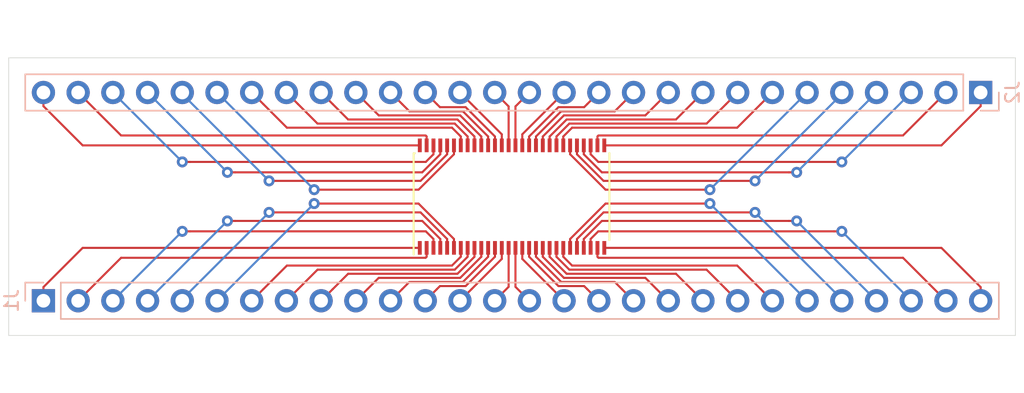
<source format=kicad_pcb>
(kicad_pcb (version 20171130) (host pcbnew "(5.1.4)-1")

  (general
    (thickness 1.6)
    (drawings 4)
    (tracks 268)
    (zones 0)
    (modules 3)
    (nets 57)
  )

  (page A4)
  (layers
    (0 F.Cu signal)
    (31 B.Cu signal)
    (32 B.Adhes user)
    (33 F.Adhes user)
    (34 B.Paste user)
    (35 F.Paste user)
    (36 B.SilkS user)
    (37 F.SilkS user)
    (38 B.Mask user)
    (39 F.Mask user)
    (40 Dwgs.User user)
    (41 Cmts.User user)
    (42 Eco1.User user)
    (43 Eco2.User user)
    (44 Edge.Cuts user)
    (45 Margin user)
    (46 B.CrtYd user)
    (47 F.CrtYd user)
    (48 B.Fab user)
    (49 F.Fab user)
  )

  (setup
    (last_trace_width 0.15)
    (trace_clearance 0.15)
    (zone_clearance 0.508)
    (zone_45_only no)
    (trace_min 0.15)
    (via_size 0.8)
    (via_drill 0.4)
    (via_min_size 0.4)
    (via_min_drill 0.3)
    (uvia_size 0.3)
    (uvia_drill 0.1)
    (uvias_allowed no)
    (uvia_min_size 0.2)
    (uvia_min_drill 0.1)
    (edge_width 0.05)
    (segment_width 0.2)
    (pcb_text_width 0.3)
    (pcb_text_size 1.5 1.5)
    (mod_edge_width 0.12)
    (mod_text_size 1 1)
    (mod_text_width 0.15)
    (pad_size 1.524 1.524)
    (pad_drill 0.762)
    (pad_to_mask_clearance 0.051)
    (solder_mask_min_width 0.25)
    (aux_axis_origin 0 0)
    (visible_elements 7FFFFFFF)
    (pcbplotparams
      (layerselection 0x010fc_ffffffff)
      (usegerberextensions false)
      (usegerberattributes false)
      (usegerberadvancedattributes false)
      (creategerberjobfile false)
      (excludeedgelayer true)
      (linewidth 0.100000)
      (plotframeref false)
      (viasonmask false)
      (mode 1)
      (useauxorigin false)
      (hpglpennumber 1)
      (hpglpenspeed 20)
      (hpglpendiameter 15.000000)
      (psnegative false)
      (psa4output false)
      (plotreference true)
      (plotvalue true)
      (plotinvisibletext false)
      (padsonsilk false)
      (subtractmaskfromsilk false)
      (outputformat 1)
      (mirror false)
      (drillshape 1)
      (scaleselection 1)
      (outputdirectory ""))
  )

  (net 0 "")
  (net 1 "Net-(J1-Pad28)")
  (net 2 "Net-(J1-Pad27)")
  (net 3 "Net-(J1-Pad26)")
  (net 4 "Net-(J1-Pad25)")
  (net 5 "Net-(J1-Pad24)")
  (net 6 "Net-(J1-Pad23)")
  (net 7 "Net-(J1-Pad22)")
  (net 8 "Net-(J1-Pad21)")
  (net 9 "Net-(J1-Pad20)")
  (net 10 "Net-(J1-Pad19)")
  (net 11 "Net-(J1-Pad18)")
  (net 12 "Net-(J1-Pad17)")
  (net 13 "Net-(J1-Pad16)")
  (net 14 "Net-(J1-Pad15)")
  (net 15 "Net-(J1-Pad14)")
  (net 16 "Net-(J1-Pad13)")
  (net 17 "Net-(J1-Pad12)")
  (net 18 "Net-(J1-Pad11)")
  (net 19 "Net-(J1-Pad10)")
  (net 20 "Net-(J1-Pad9)")
  (net 21 "Net-(J1-Pad8)")
  (net 22 "Net-(J1-Pad7)")
  (net 23 "Net-(J1-Pad6)")
  (net 24 "Net-(J1-Pad5)")
  (net 25 "Net-(J1-Pad4)")
  (net 26 "Net-(J1-Pad3)")
  (net 27 "Net-(J1-Pad2)")
  (net 28 "Net-(J1-Pad1)")
  (net 29 "Net-(J2-Pad28)")
  (net 30 "Net-(J2-Pad27)")
  (net 31 "Net-(J2-Pad26)")
  (net 32 "Net-(J2-Pad25)")
  (net 33 "Net-(J2-Pad24)")
  (net 34 "Net-(J2-Pad23)")
  (net 35 "Net-(J2-Pad22)")
  (net 36 "Net-(J2-Pad21)")
  (net 37 "Net-(J2-Pad20)")
  (net 38 "Net-(J2-Pad19)")
  (net 39 "Net-(J2-Pad18)")
  (net 40 "Net-(J2-Pad17)")
  (net 41 "Net-(J2-Pad16)")
  (net 42 "Net-(J2-Pad15)")
  (net 43 "Net-(J2-Pad14)")
  (net 44 "Net-(J2-Pad13)")
  (net 45 "Net-(J2-Pad12)")
  (net 46 "Net-(J2-Pad11)")
  (net 47 "Net-(J2-Pad10)")
  (net 48 "Net-(J2-Pad9)")
  (net 49 "Net-(J2-Pad8)")
  (net 50 "Net-(J2-Pad7)")
  (net 51 "Net-(J2-Pad6)")
  (net 52 "Net-(J2-Pad5)")
  (net 53 "Net-(J2-Pad4)")
  (net 54 "Net-(J2-Pad3)")
  (net 55 "Net-(J2-Pad2)")
  (net 56 "Net-(J2-Pad1)")

  (net_class Default "This is the default net class."
    (clearance 0.15)
    (trace_width 0.15)
    (via_dia 0.8)
    (via_drill 0.4)
    (uvia_dia 0.3)
    (uvia_drill 0.1)
    (add_net "Net-(J1-Pad1)")
    (add_net "Net-(J1-Pad10)")
    (add_net "Net-(J1-Pad11)")
    (add_net "Net-(J1-Pad12)")
    (add_net "Net-(J1-Pad13)")
    (add_net "Net-(J1-Pad14)")
    (add_net "Net-(J1-Pad15)")
    (add_net "Net-(J1-Pad16)")
    (add_net "Net-(J1-Pad17)")
    (add_net "Net-(J1-Pad18)")
    (add_net "Net-(J1-Pad19)")
    (add_net "Net-(J1-Pad2)")
    (add_net "Net-(J1-Pad20)")
    (add_net "Net-(J1-Pad21)")
    (add_net "Net-(J1-Pad22)")
    (add_net "Net-(J1-Pad23)")
    (add_net "Net-(J1-Pad24)")
    (add_net "Net-(J1-Pad25)")
    (add_net "Net-(J1-Pad26)")
    (add_net "Net-(J1-Pad27)")
    (add_net "Net-(J1-Pad28)")
    (add_net "Net-(J1-Pad3)")
    (add_net "Net-(J1-Pad4)")
    (add_net "Net-(J1-Pad5)")
    (add_net "Net-(J1-Pad6)")
    (add_net "Net-(J1-Pad7)")
    (add_net "Net-(J1-Pad8)")
    (add_net "Net-(J1-Pad9)")
    (add_net "Net-(J2-Pad1)")
    (add_net "Net-(J2-Pad10)")
    (add_net "Net-(J2-Pad11)")
    (add_net "Net-(J2-Pad12)")
    (add_net "Net-(J2-Pad13)")
    (add_net "Net-(J2-Pad14)")
    (add_net "Net-(J2-Pad15)")
    (add_net "Net-(J2-Pad16)")
    (add_net "Net-(J2-Pad17)")
    (add_net "Net-(J2-Pad18)")
    (add_net "Net-(J2-Pad19)")
    (add_net "Net-(J2-Pad2)")
    (add_net "Net-(J2-Pad20)")
    (add_net "Net-(J2-Pad21)")
    (add_net "Net-(J2-Pad22)")
    (add_net "Net-(J2-Pad23)")
    (add_net "Net-(J2-Pad24)")
    (add_net "Net-(J2-Pad25)")
    (add_net "Net-(J2-Pad26)")
    (add_net "Net-(J2-Pad27)")
    (add_net "Net-(J2-Pad28)")
    (add_net "Net-(J2-Pad3)")
    (add_net "Net-(J2-Pad4)")
    (add_net "Net-(J2-Pad5)")
    (add_net "Net-(J2-Pad6)")
    (add_net "Net-(J2-Pad7)")
    (add_net "Net-(J2-Pad8)")
    (add_net "Net-(J2-Pad9)")
  )

  (module Package_SO:TSSOP-56_6.1x14mm_P0.5mm (layer F.Cu) (tedit 5A02F25C) (tstamp 5DD03914)
    (at 138.43 60.96 90)
    (descr "TSSOP56: plastic thin shrink small outline package; 56 leads; body width 6.1 mm (see NXP SSOP-TSSOP-VSO-REFLOW.pdf and sot364-1_po.pdf)")
    (tags "SSOP 0.5")
    (path /5DD0303C)
    (attr smd)
    (fp_text reference U1 (at 0 -8.05 90) (layer F.SilkS) hide
      (effects (font (size 1 1) (thickness 0.15)))
    )
    (fp_text value PCA9698 (at 0 8.05 90) (layer F.Fab)
      (effects (font (size 1 1) (thickness 0.15)))
    )
    (fp_text user %R (at 0 0 90) (layer F.Fab)
      (effects (font (size 0.8 0.8) (thickness 0.15)))
    )
    (fp_line (start -3.175 7.125) (end 3.175 7.125) (layer F.SilkS) (width 0.15))
    (fp_line (start -4.25 -7.2) (end 3.175 -7.2) (layer F.SilkS) (width 0.15))
    (fp_line (start -3.175 7.125) (end -3.175 7.1175) (layer F.SilkS) (width 0.15))
    (fp_line (start 3.175 7.125) (end 3.175 7.1175) (layer F.SilkS) (width 0.15))
    (fp_line (start 3.175 -7.125) (end 3.175 -7.1175) (layer F.SilkS) (width 0.15))
    (fp_line (start -4.5 7.3) (end 4.5 7.3) (layer F.CrtYd) (width 0.05))
    (fp_line (start -4.5 -7.3) (end 4.5 -7.3) (layer F.CrtYd) (width 0.05))
    (fp_line (start 4.5 -7.3) (end 4.5 7.3) (layer F.CrtYd) (width 0.05))
    (fp_line (start -4.5 -7.3) (end -4.5 7.3) (layer F.CrtYd) (width 0.05))
    (fp_line (start -3.05 -6) (end -2.05 -7) (layer F.Fab) (width 0.15))
    (fp_line (start -3.05 7) (end -3.05 -6) (layer F.Fab) (width 0.15))
    (fp_line (start 3.05 7) (end -3.05 7) (layer F.Fab) (width 0.15))
    (fp_line (start 3.05 -7) (end 3.05 7) (layer F.Fab) (width 0.15))
    (fp_line (start -2.05 -7) (end 3.05 -7) (layer F.Fab) (width 0.15))
    (pad 56 smd rect (at 3.75 -6.75 90) (size 1 0.285) (layers F.Cu F.Paste F.Mask)
      (net 29 "Net-(J2-Pad28)"))
    (pad 55 smd rect (at 3.75 -6.25 90) (size 1 0.285) (layers F.Cu F.Paste F.Mask)
      (net 30 "Net-(J2-Pad27)"))
    (pad 54 smd rect (at 3.75 -5.75 90) (size 1 0.285) (layers F.Cu F.Paste F.Mask)
      (net 31 "Net-(J2-Pad26)"))
    (pad 53 smd rect (at 3.75 -5.25 90) (size 1 0.285) (layers F.Cu F.Paste F.Mask)
      (net 32 "Net-(J2-Pad25)"))
    (pad 52 smd rect (at 3.75 -4.75 90) (size 1 0.285) (layers F.Cu F.Paste F.Mask)
      (net 33 "Net-(J2-Pad24)"))
    (pad 51 smd rect (at 3.75 -4.25 90) (size 1 0.285) (layers F.Cu F.Paste F.Mask)
      (net 34 "Net-(J2-Pad23)"))
    (pad 50 smd rect (at 3.75 -3.75 90) (size 1 0.285) (layers F.Cu F.Paste F.Mask)
      (net 35 "Net-(J2-Pad22)"))
    (pad 49 smd rect (at 3.75 -3.25 90) (size 1 0.285) (layers F.Cu F.Paste F.Mask)
      (net 36 "Net-(J2-Pad21)"))
    (pad 48 smd rect (at 3.75 -2.75 90) (size 1 0.285) (layers F.Cu F.Paste F.Mask)
      (net 37 "Net-(J2-Pad20)"))
    (pad 47 smd rect (at 3.75 -2.25 90) (size 1 0.285) (layers F.Cu F.Paste F.Mask)
      (net 38 "Net-(J2-Pad19)"))
    (pad 46 smd rect (at 3.75 -1.75 90) (size 1 0.285) (layers F.Cu F.Paste F.Mask)
      (net 39 "Net-(J2-Pad18)"))
    (pad 45 smd rect (at 3.75 -1.25 90) (size 1 0.285) (layers F.Cu F.Paste F.Mask)
      (net 40 "Net-(J2-Pad17)"))
    (pad 44 smd rect (at 3.75 -0.75 90) (size 1 0.285) (layers F.Cu F.Paste F.Mask)
      (net 41 "Net-(J2-Pad16)"))
    (pad 43 smd rect (at 3.75 -0.25 90) (size 1 0.285) (layers F.Cu F.Paste F.Mask)
      (net 42 "Net-(J2-Pad15)"))
    (pad 42 smd rect (at 3.75 0.25 90) (size 1 0.285) (layers F.Cu F.Paste F.Mask)
      (net 43 "Net-(J2-Pad14)"))
    (pad 41 smd rect (at 3.75 0.75 90) (size 1 0.285) (layers F.Cu F.Paste F.Mask)
      (net 44 "Net-(J2-Pad13)"))
    (pad 40 smd rect (at 3.75 1.25 90) (size 1 0.285) (layers F.Cu F.Paste F.Mask)
      (net 45 "Net-(J2-Pad12)"))
    (pad 39 smd rect (at 3.75 1.75 90) (size 1 0.285) (layers F.Cu F.Paste F.Mask)
      (net 46 "Net-(J2-Pad11)"))
    (pad 38 smd rect (at 3.75 2.25 90) (size 1 0.285) (layers F.Cu F.Paste F.Mask)
      (net 47 "Net-(J2-Pad10)"))
    (pad 37 smd rect (at 3.75 2.75 90) (size 1 0.285) (layers F.Cu F.Paste F.Mask)
      (net 48 "Net-(J2-Pad9)"))
    (pad 36 smd rect (at 3.75 3.25 90) (size 1 0.285) (layers F.Cu F.Paste F.Mask)
      (net 49 "Net-(J2-Pad8)"))
    (pad 35 smd rect (at 3.75 3.75 90) (size 1 0.285) (layers F.Cu F.Paste F.Mask)
      (net 50 "Net-(J2-Pad7)"))
    (pad 34 smd rect (at 3.75 4.25 90) (size 1 0.285) (layers F.Cu F.Paste F.Mask)
      (net 51 "Net-(J2-Pad6)"))
    (pad 33 smd rect (at 3.75 4.75 90) (size 1 0.285) (layers F.Cu F.Paste F.Mask)
      (net 52 "Net-(J2-Pad5)"))
    (pad 32 smd rect (at 3.75 5.25 90) (size 1 0.285) (layers F.Cu F.Paste F.Mask)
      (net 53 "Net-(J2-Pad4)"))
    (pad 31 smd rect (at 3.75 5.75 90) (size 1 0.285) (layers F.Cu F.Paste F.Mask)
      (net 54 "Net-(J2-Pad3)"))
    (pad 30 smd rect (at 3.75 6.25 90) (size 1 0.285) (layers F.Cu F.Paste F.Mask)
      (net 55 "Net-(J2-Pad2)"))
    (pad 29 smd rect (at 3.75 6.75 90) (size 1 0.285) (layers F.Cu F.Paste F.Mask)
      (net 56 "Net-(J2-Pad1)"))
    (pad 28 smd rect (at -3.75 6.75 90) (size 1 0.285) (layers F.Cu F.Paste F.Mask)
      (net 1 "Net-(J1-Pad28)"))
    (pad 27 smd rect (at -3.75 6.25 90) (size 1 0.285) (layers F.Cu F.Paste F.Mask)
      (net 2 "Net-(J1-Pad27)"))
    (pad 26 smd rect (at -3.75 5.75 90) (size 1 0.285) (layers F.Cu F.Paste F.Mask)
      (net 3 "Net-(J1-Pad26)"))
    (pad 25 smd rect (at -3.75 5.25 90) (size 1 0.285) (layers F.Cu F.Paste F.Mask)
      (net 4 "Net-(J1-Pad25)"))
    (pad 24 smd rect (at -3.75 4.75 90) (size 1 0.285) (layers F.Cu F.Paste F.Mask)
      (net 5 "Net-(J1-Pad24)"))
    (pad 23 smd rect (at -3.75 4.25 90) (size 1 0.285) (layers F.Cu F.Paste F.Mask)
      (net 6 "Net-(J1-Pad23)"))
    (pad 22 smd rect (at -3.75 3.75 90) (size 1 0.285) (layers F.Cu F.Paste F.Mask)
      (net 7 "Net-(J1-Pad22)"))
    (pad 21 smd rect (at -3.75 3.25 90) (size 1 0.285) (layers F.Cu F.Paste F.Mask)
      (net 8 "Net-(J1-Pad21)"))
    (pad 20 smd rect (at -3.75 2.75 90) (size 1 0.285) (layers F.Cu F.Paste F.Mask)
      (net 9 "Net-(J1-Pad20)"))
    (pad 19 smd rect (at -3.75 2.25 90) (size 1 0.285) (layers F.Cu F.Paste F.Mask)
      (net 10 "Net-(J1-Pad19)"))
    (pad 18 smd rect (at -3.75 1.75 90) (size 1 0.285) (layers F.Cu F.Paste F.Mask)
      (net 11 "Net-(J1-Pad18)"))
    (pad 17 smd rect (at -3.75 1.25 90) (size 1 0.285) (layers F.Cu F.Paste F.Mask)
      (net 12 "Net-(J1-Pad17)"))
    (pad 16 smd rect (at -3.75 0.75 90) (size 1 0.285) (layers F.Cu F.Paste F.Mask)
      (net 13 "Net-(J1-Pad16)"))
    (pad 15 smd rect (at -3.75 0.25 90) (size 1 0.285) (layers F.Cu F.Paste F.Mask)
      (net 14 "Net-(J1-Pad15)"))
    (pad 14 smd rect (at -3.75 -0.25 90) (size 1 0.285) (layers F.Cu F.Paste F.Mask)
      (net 15 "Net-(J1-Pad14)"))
    (pad 13 smd rect (at -3.75 -0.75 90) (size 1 0.285) (layers F.Cu F.Paste F.Mask)
      (net 16 "Net-(J1-Pad13)"))
    (pad 12 smd rect (at -3.75 -1.25 90) (size 1 0.285) (layers F.Cu F.Paste F.Mask)
      (net 17 "Net-(J1-Pad12)"))
    (pad 11 smd rect (at -3.75 -1.75 90) (size 1 0.285) (layers F.Cu F.Paste F.Mask)
      (net 18 "Net-(J1-Pad11)"))
    (pad 10 smd rect (at -3.75 -2.25 90) (size 1 0.285) (layers F.Cu F.Paste F.Mask)
      (net 19 "Net-(J1-Pad10)"))
    (pad 9 smd rect (at -3.75 -2.75 90) (size 1 0.285) (layers F.Cu F.Paste F.Mask)
      (net 20 "Net-(J1-Pad9)"))
    (pad 8 smd rect (at -3.75 -3.25 90) (size 1 0.285) (layers F.Cu F.Paste F.Mask)
      (net 21 "Net-(J1-Pad8)"))
    (pad 7 smd rect (at -3.75 -3.75 90) (size 1 0.285) (layers F.Cu F.Paste F.Mask)
      (net 22 "Net-(J1-Pad7)"))
    (pad 6 smd rect (at -3.75 -4.25 90) (size 1 0.285) (layers F.Cu F.Paste F.Mask)
      (net 23 "Net-(J1-Pad6)"))
    (pad 5 smd rect (at -3.75 -4.75 90) (size 1 0.285) (layers F.Cu F.Paste F.Mask)
      (net 24 "Net-(J1-Pad5)"))
    (pad 4 smd rect (at -3.75 -5.25 90) (size 1 0.285) (layers F.Cu F.Paste F.Mask)
      (net 25 "Net-(J1-Pad4)"))
    (pad 3 smd rect (at -3.75 -5.75 90) (size 1 0.285) (layers F.Cu F.Paste F.Mask)
      (net 26 "Net-(J1-Pad3)"))
    (pad 2 smd rect (at -3.75 -6.25 90) (size 1 0.285) (layers F.Cu F.Paste F.Mask)
      (net 27 "Net-(J1-Pad2)"))
    (pad 1 smd rect (at -3.75 -6.75 90) (size 1 0.285) (layers F.Cu F.Paste F.Mask)
      (net 28 "Net-(J1-Pad1)"))
    (model ${KISYS3DMOD}/Package_SO.3dshapes/TSSOP-56_6.1x14mm_P0.5mm.wrl
      (at (xyz 0 0 0))
      (scale (xyz 1 1 1))
      (rotate (xyz 0 0 0))
    )
  )

  (module Connector_PinHeader_2.54mm:PinHeader_1x28_P2.54mm_Vertical (layer B.Cu) (tedit 59FED5CC) (tstamp 5DD035BF)
    (at 172.72 53.34 90)
    (descr "Through hole straight pin header, 1x28, 2.54mm pitch, single row")
    (tags "Through hole pin header THT 1x28 2.54mm single row")
    (path /5DD07B02)
    (fp_text reference J2 (at 0 2.33 -90) (layer B.SilkS)
      (effects (font (size 1 1) (thickness 0.15)) (justify mirror))
    )
    (fp_text value Conn_01x28_Male (at 0 -70.91 -90) (layer B.Fab)
      (effects (font (size 1 1) (thickness 0.15)) (justify mirror))
    )
    (fp_text user %R (at 0 -34.29) (layer B.Fab)
      (effects (font (size 1 1) (thickness 0.15)) (justify mirror))
    )
    (fp_line (start 1.8 1.8) (end -1.8 1.8) (layer B.CrtYd) (width 0.05))
    (fp_line (start 1.8 -70.35) (end 1.8 1.8) (layer B.CrtYd) (width 0.05))
    (fp_line (start -1.8 -70.35) (end 1.8 -70.35) (layer B.CrtYd) (width 0.05))
    (fp_line (start -1.8 1.8) (end -1.8 -70.35) (layer B.CrtYd) (width 0.05))
    (fp_line (start -1.33 1.33) (end 0 1.33) (layer B.SilkS) (width 0.12))
    (fp_line (start -1.33 0) (end -1.33 1.33) (layer B.SilkS) (width 0.12))
    (fp_line (start -1.33 -1.27) (end 1.33 -1.27) (layer B.SilkS) (width 0.12))
    (fp_line (start 1.33 -1.27) (end 1.33 -69.91) (layer B.SilkS) (width 0.12))
    (fp_line (start -1.33 -1.27) (end -1.33 -69.91) (layer B.SilkS) (width 0.12))
    (fp_line (start -1.33 -69.91) (end 1.33 -69.91) (layer B.SilkS) (width 0.12))
    (fp_line (start -1.27 0.635) (end -0.635 1.27) (layer B.Fab) (width 0.1))
    (fp_line (start -1.27 -69.85) (end -1.27 0.635) (layer B.Fab) (width 0.1))
    (fp_line (start 1.27 -69.85) (end -1.27 -69.85) (layer B.Fab) (width 0.1))
    (fp_line (start 1.27 1.27) (end 1.27 -69.85) (layer B.Fab) (width 0.1))
    (fp_line (start -0.635 1.27) (end 1.27 1.27) (layer B.Fab) (width 0.1))
    (pad 28 thru_hole oval (at 0 -68.58 90) (size 1.7 1.7) (drill 1) (layers *.Cu *.Mask)
      (net 29 "Net-(J2-Pad28)"))
    (pad 27 thru_hole oval (at 0 -66.04 90) (size 1.7 1.7) (drill 1) (layers *.Cu *.Mask)
      (net 30 "Net-(J2-Pad27)"))
    (pad 26 thru_hole oval (at 0 -63.5 90) (size 1.7 1.7) (drill 1) (layers *.Cu *.Mask)
      (net 31 "Net-(J2-Pad26)"))
    (pad 25 thru_hole oval (at 0 -60.96 90) (size 1.7 1.7) (drill 1) (layers *.Cu *.Mask)
      (net 32 "Net-(J2-Pad25)"))
    (pad 24 thru_hole oval (at 0 -58.42 90) (size 1.7 1.7) (drill 1) (layers *.Cu *.Mask)
      (net 33 "Net-(J2-Pad24)"))
    (pad 23 thru_hole oval (at 0 -55.88 90) (size 1.7 1.7) (drill 1) (layers *.Cu *.Mask)
      (net 34 "Net-(J2-Pad23)"))
    (pad 22 thru_hole oval (at 0 -53.34 90) (size 1.7 1.7) (drill 1) (layers *.Cu *.Mask)
      (net 35 "Net-(J2-Pad22)"))
    (pad 21 thru_hole oval (at 0 -50.8 90) (size 1.7 1.7) (drill 1) (layers *.Cu *.Mask)
      (net 36 "Net-(J2-Pad21)"))
    (pad 20 thru_hole oval (at 0 -48.26 90) (size 1.7 1.7) (drill 1) (layers *.Cu *.Mask)
      (net 37 "Net-(J2-Pad20)"))
    (pad 19 thru_hole oval (at 0 -45.72 90) (size 1.7 1.7) (drill 1) (layers *.Cu *.Mask)
      (net 38 "Net-(J2-Pad19)"))
    (pad 18 thru_hole oval (at 0 -43.18 90) (size 1.7 1.7) (drill 1) (layers *.Cu *.Mask)
      (net 39 "Net-(J2-Pad18)"))
    (pad 17 thru_hole oval (at 0 -40.64 90) (size 1.7 1.7) (drill 1) (layers *.Cu *.Mask)
      (net 40 "Net-(J2-Pad17)"))
    (pad 16 thru_hole oval (at 0 -38.1 90) (size 1.7 1.7) (drill 1) (layers *.Cu *.Mask)
      (net 41 "Net-(J2-Pad16)"))
    (pad 15 thru_hole oval (at 0 -35.56 90) (size 1.7 1.7) (drill 1) (layers *.Cu *.Mask)
      (net 42 "Net-(J2-Pad15)"))
    (pad 14 thru_hole oval (at 0 -33.02 90) (size 1.7 1.7) (drill 1) (layers *.Cu *.Mask)
      (net 43 "Net-(J2-Pad14)"))
    (pad 13 thru_hole oval (at 0 -30.48 90) (size 1.7 1.7) (drill 1) (layers *.Cu *.Mask)
      (net 44 "Net-(J2-Pad13)"))
    (pad 12 thru_hole oval (at 0 -27.94 90) (size 1.7 1.7) (drill 1) (layers *.Cu *.Mask)
      (net 45 "Net-(J2-Pad12)"))
    (pad 11 thru_hole oval (at 0 -25.4 90) (size 1.7 1.7) (drill 1) (layers *.Cu *.Mask)
      (net 46 "Net-(J2-Pad11)"))
    (pad 10 thru_hole oval (at 0 -22.86 90) (size 1.7 1.7) (drill 1) (layers *.Cu *.Mask)
      (net 47 "Net-(J2-Pad10)"))
    (pad 9 thru_hole oval (at 0 -20.32 90) (size 1.7 1.7) (drill 1) (layers *.Cu *.Mask)
      (net 48 "Net-(J2-Pad9)"))
    (pad 8 thru_hole oval (at 0 -17.78 90) (size 1.7 1.7) (drill 1) (layers *.Cu *.Mask)
      (net 49 "Net-(J2-Pad8)"))
    (pad 7 thru_hole oval (at 0 -15.24 90) (size 1.7 1.7) (drill 1) (layers *.Cu *.Mask)
      (net 50 "Net-(J2-Pad7)"))
    (pad 6 thru_hole oval (at 0 -12.7 90) (size 1.7 1.7) (drill 1) (layers *.Cu *.Mask)
      (net 51 "Net-(J2-Pad6)"))
    (pad 5 thru_hole oval (at 0 -10.16 90) (size 1.7 1.7) (drill 1) (layers *.Cu *.Mask)
      (net 52 "Net-(J2-Pad5)"))
    (pad 4 thru_hole oval (at 0 -7.62 90) (size 1.7 1.7) (drill 1) (layers *.Cu *.Mask)
      (net 53 "Net-(J2-Pad4)"))
    (pad 3 thru_hole oval (at 0 -5.08 90) (size 1.7 1.7) (drill 1) (layers *.Cu *.Mask)
      (net 54 "Net-(J2-Pad3)"))
    (pad 2 thru_hole oval (at 0 -2.54 90) (size 1.7 1.7) (drill 1) (layers *.Cu *.Mask)
      (net 55 "Net-(J2-Pad2)"))
    (pad 1 thru_hole rect (at 0 0 90) (size 1.7 1.7) (drill 1) (layers *.Cu *.Mask)
      (net 56 "Net-(J2-Pad1)"))
    (model ${KISYS3DMOD}/Connector_PinHeader_2.54mm.3dshapes/PinHeader_1x28_P2.54mm_Vertical.wrl
      (at (xyz 0 0 0))
      (scale (xyz 1 1 1))
      (rotate (xyz 0 0 0))
    )
  )

  (module Connector_PinHeader_2.54mm:PinHeader_1x28_P2.54mm_Vertical (layer B.Cu) (tedit 59FED5CC) (tstamp 5DD03099)
    (at 104.14 68.58 270)
    (descr "Through hole straight pin header, 1x28, 2.54mm pitch, single row")
    (tags "Through hole pin header THT 1x28 2.54mm single row")
    (path /5DD04731)
    (fp_text reference J1 (at 0 2.33 270) (layer B.SilkS)
      (effects (font (size 1 1) (thickness 0.15)) (justify mirror))
    )
    (fp_text value Conn_01x28_Male (at 0 -70.91 270) (layer B.Fab)
      (effects (font (size 1 1) (thickness 0.15)) (justify mirror))
    )
    (fp_text user %R (at 0 -34.29) (layer B.Fab)
      (effects (font (size 1 1) (thickness 0.15)) (justify mirror))
    )
    (fp_line (start 1.8 1.8) (end -1.8 1.8) (layer B.CrtYd) (width 0.05))
    (fp_line (start 1.8 -70.35) (end 1.8 1.8) (layer B.CrtYd) (width 0.05))
    (fp_line (start -1.8 -70.35) (end 1.8 -70.35) (layer B.CrtYd) (width 0.05))
    (fp_line (start -1.8 1.8) (end -1.8 -70.35) (layer B.CrtYd) (width 0.05))
    (fp_line (start -1.33 1.33) (end 0 1.33) (layer B.SilkS) (width 0.12))
    (fp_line (start -1.33 0) (end -1.33 1.33) (layer B.SilkS) (width 0.12))
    (fp_line (start -1.33 -1.27) (end 1.33 -1.27) (layer B.SilkS) (width 0.12))
    (fp_line (start 1.33 -1.27) (end 1.33 -69.91) (layer B.SilkS) (width 0.12))
    (fp_line (start -1.33 -1.27) (end -1.33 -69.91) (layer B.SilkS) (width 0.12))
    (fp_line (start -1.33 -69.91) (end 1.33 -69.91) (layer B.SilkS) (width 0.12))
    (fp_line (start -1.27 0.635) (end -0.635 1.27) (layer B.Fab) (width 0.1))
    (fp_line (start -1.27 -69.85) (end -1.27 0.635) (layer B.Fab) (width 0.1))
    (fp_line (start 1.27 -69.85) (end -1.27 -69.85) (layer B.Fab) (width 0.1))
    (fp_line (start 1.27 1.27) (end 1.27 -69.85) (layer B.Fab) (width 0.1))
    (fp_line (start -0.635 1.27) (end 1.27 1.27) (layer B.Fab) (width 0.1))
    (pad 28 thru_hole oval (at 0 -68.58 270) (size 1.7 1.7) (drill 1) (layers *.Cu *.Mask)
      (net 1 "Net-(J1-Pad28)"))
    (pad 27 thru_hole oval (at 0 -66.04 270) (size 1.7 1.7) (drill 1) (layers *.Cu *.Mask)
      (net 2 "Net-(J1-Pad27)"))
    (pad 26 thru_hole oval (at 0 -63.5 270) (size 1.7 1.7) (drill 1) (layers *.Cu *.Mask)
      (net 3 "Net-(J1-Pad26)"))
    (pad 25 thru_hole oval (at 0 -60.96 270) (size 1.7 1.7) (drill 1) (layers *.Cu *.Mask)
      (net 4 "Net-(J1-Pad25)"))
    (pad 24 thru_hole oval (at 0 -58.42 270) (size 1.7 1.7) (drill 1) (layers *.Cu *.Mask)
      (net 5 "Net-(J1-Pad24)"))
    (pad 23 thru_hole oval (at 0 -55.88 270) (size 1.7 1.7) (drill 1) (layers *.Cu *.Mask)
      (net 6 "Net-(J1-Pad23)"))
    (pad 22 thru_hole oval (at 0 -53.34 270) (size 1.7 1.7) (drill 1) (layers *.Cu *.Mask)
      (net 7 "Net-(J1-Pad22)"))
    (pad 21 thru_hole oval (at 0 -50.8 270) (size 1.7 1.7) (drill 1) (layers *.Cu *.Mask)
      (net 8 "Net-(J1-Pad21)"))
    (pad 20 thru_hole oval (at 0 -48.26 270) (size 1.7 1.7) (drill 1) (layers *.Cu *.Mask)
      (net 9 "Net-(J1-Pad20)"))
    (pad 19 thru_hole oval (at 0 -45.72 270) (size 1.7 1.7) (drill 1) (layers *.Cu *.Mask)
      (net 10 "Net-(J1-Pad19)"))
    (pad 18 thru_hole oval (at 0 -43.18 270) (size 1.7 1.7) (drill 1) (layers *.Cu *.Mask)
      (net 11 "Net-(J1-Pad18)"))
    (pad 17 thru_hole oval (at 0 -40.64 270) (size 1.7 1.7) (drill 1) (layers *.Cu *.Mask)
      (net 12 "Net-(J1-Pad17)"))
    (pad 16 thru_hole oval (at 0 -38.1 270) (size 1.7 1.7) (drill 1) (layers *.Cu *.Mask)
      (net 13 "Net-(J1-Pad16)"))
    (pad 15 thru_hole oval (at 0 -35.56 270) (size 1.7 1.7) (drill 1) (layers *.Cu *.Mask)
      (net 14 "Net-(J1-Pad15)"))
    (pad 14 thru_hole oval (at 0 -33.02 270) (size 1.7 1.7) (drill 1) (layers *.Cu *.Mask)
      (net 15 "Net-(J1-Pad14)"))
    (pad 13 thru_hole oval (at 0 -30.48 270) (size 1.7 1.7) (drill 1) (layers *.Cu *.Mask)
      (net 16 "Net-(J1-Pad13)"))
    (pad 12 thru_hole oval (at 0 -27.94 270) (size 1.7 1.7) (drill 1) (layers *.Cu *.Mask)
      (net 17 "Net-(J1-Pad12)"))
    (pad 11 thru_hole oval (at 0 -25.4 270) (size 1.7 1.7) (drill 1) (layers *.Cu *.Mask)
      (net 18 "Net-(J1-Pad11)"))
    (pad 10 thru_hole oval (at 0 -22.86 270) (size 1.7 1.7) (drill 1) (layers *.Cu *.Mask)
      (net 19 "Net-(J1-Pad10)"))
    (pad 9 thru_hole oval (at 0 -20.32 270) (size 1.7 1.7) (drill 1) (layers *.Cu *.Mask)
      (net 20 "Net-(J1-Pad9)"))
    (pad 8 thru_hole oval (at 0 -17.78 270) (size 1.7 1.7) (drill 1) (layers *.Cu *.Mask)
      (net 21 "Net-(J1-Pad8)"))
    (pad 7 thru_hole oval (at 0 -15.24 270) (size 1.7 1.7) (drill 1) (layers *.Cu *.Mask)
      (net 22 "Net-(J1-Pad7)"))
    (pad 6 thru_hole oval (at 0 -12.7 270) (size 1.7 1.7) (drill 1) (layers *.Cu *.Mask)
      (net 23 "Net-(J1-Pad6)"))
    (pad 5 thru_hole oval (at 0 -10.16 270) (size 1.7 1.7) (drill 1) (layers *.Cu *.Mask)
      (net 24 "Net-(J1-Pad5)"))
    (pad 4 thru_hole oval (at 0 -7.62 270) (size 1.7 1.7) (drill 1) (layers *.Cu *.Mask)
      (net 25 "Net-(J1-Pad4)"))
    (pad 3 thru_hole oval (at 0 -5.08 270) (size 1.7 1.7) (drill 1) (layers *.Cu *.Mask)
      (net 26 "Net-(J1-Pad3)"))
    (pad 2 thru_hole oval (at 0 -2.54 270) (size 1.7 1.7) (drill 1) (layers *.Cu *.Mask)
      (net 27 "Net-(J1-Pad2)"))
    (pad 1 thru_hole rect (at 0 0 270) (size 1.7 1.7) (drill 1) (layers *.Cu *.Mask)
      (net 28 "Net-(J1-Pad1)"))
    (model ${KISYS3DMOD}/Connector_PinHeader_2.54mm.3dshapes/PinHeader_1x28_P2.54mm_Vertical.wrl
      (at (xyz 0 0 0))
      (scale (xyz 1 1 1))
      (rotate (xyz 0 0 0))
    )
  )

  (gr_line (start 101.6 71.12) (end 101.6 50.8) (layer Edge.Cuts) (width 0.05) (tstamp 5DD03CBF))
  (gr_line (start 175.26 71.12) (end 101.6 71.12) (layer Edge.Cuts) (width 0.05))
  (gr_line (start 175.26 50.8) (end 175.26 71.12) (layer Edge.Cuts) (width 0.05))
  (gr_line (start 101.6 50.8) (end 175.26 50.8) (layer Edge.Cuts) (width 0.05))

  (segment (start 104.14 54.34) (end 104.14 53.34) (width 0.15) (layer F.Cu) (net 29) (tstamp 5DD047D4))
  (segment (start 131.68 57.21) (end 107.01 57.21) (width 0.15) (layer F.Cu) (net 29) (tstamp 5DD047D6))
  (segment (start 107.01 57.21) (end 104.14 54.34) (width 0.15) (layer F.Cu) (net 29) (tstamp 5DD047DA))
  (segment (start 106.68 53.34) (end 109.824999 56.484999) (width 0.15) (layer F.Cu) (net 30) (tstamp 5DD047E3))
  (segment (start 109.824999 56.484999) (end 132.104999 56.484999) (width 0.15) (layer F.Cu) (net 30) (tstamp 5DD047F5))
  (segment (start 132.18 56.56) (end 132.18 57.21) (width 0.15) (layer F.Cu) (net 30) (tstamp 5DD047FB))
  (segment (start 132.104999 56.484999) (end 132.18 56.56) (width 0.15) (layer F.Cu) (net 30) (tstamp 5DD04804))
  (via (at 114.300008 58.419992) (size 0.8) (drill 0.4) (layers F.Cu B.Cu) (net 31) (tstamp 5DD047CC))
  (segment (start 114.3 58.42) (end 114.300008 58.419992) (width 0.15) (layer F.Cu) (net 31) (tstamp 5DD047F4))
  (segment (start 109.22 53.34) (end 114.3 58.42) (width 0.15) (layer B.Cu) (net 31) (tstamp 5DD047FF))
  (segment (start 114.865693 58.419992) (end 114.300008 58.419992) (width 0.15) (layer F.Cu) (net 31) (tstamp 5DD04801))
  (segment (start 132.68 57.21) (end 132.68 57.86) (width 0.15) (layer F.Cu) (net 31) (tstamp 5DD04806))
  (segment (start 132.120008 58.419992) (end 114.865693 58.419992) (width 0.15) (layer F.Cu) (net 31) (tstamp 5DD0480B))
  (segment (start 132.68 57.86) (end 132.120008 58.419992) (width 0.15) (layer F.Cu) (net 31) (tstamp 5DD0480E))
  (via (at 117.602 59.181988) (size 0.8) (drill 0.4) (layers F.Cu B.Cu) (net 32) (tstamp 5DD047CE))
  (segment (start 118.167685 59.181988) (end 117.602 59.181988) (width 0.15) (layer F.Cu) (net 32) (tstamp 5DD047E8))
  (segment (start 111.76 53.34) (end 117.601988 59.181988) (width 0.15) (layer B.Cu) (net 32) (tstamp 5DD047EB))
  (segment (start 133.18 57.86) (end 131.858012 59.181988) (width 0.15) (layer F.Cu) (net 32) (tstamp 5DD047F6))
  (segment (start 117.601988 59.181988) (end 117.602 59.181988) (width 0.15) (layer F.Cu) (net 32) (tstamp 5DD047FD))
  (segment (start 133.18 57.21) (end 133.18 57.86) (width 0.15) (layer F.Cu) (net 32) (tstamp 5DD04800))
  (segment (start 131.858012 59.181988) (end 118.167685 59.181988) (width 0.15) (layer F.Cu) (net 32) (tstamp 5DD04803))
  (via (at 120.65 59.806988) (size 0.8) (drill 0.4) (layers F.Cu B.Cu) (net 33) (tstamp 5DD047CD))
  (segment (start 120.65 59.806988) (end 114.3 53.456988) (width 0.15) (layer B.Cu) (net 33) (tstamp 5DD047E4))
  (segment (start 114.3 53.456988) (end 114.3 53.34) (width 0.15) (layer F.Cu) (net 33) (tstamp 5DD047EC))
  (segment (start 133.68 57.21) (end 133.68 57.86) (width 0.15) (layer F.Cu) (net 33) (tstamp 5DD047F1))
  (segment (start 133.68 57.86) (end 131.733012 59.806988) (width 0.15) (layer F.Cu) (net 33) (tstamp 5DD04807))
  (segment (start 131.733012 59.806988) (end 120.65 59.806988) (width 0.15) (layer F.Cu) (net 33) (tstamp 5DD0480A))
  (via (at 123.952 60.452) (size 0.8) (drill 0.4) (layers F.Cu B.Cu) (net 34) (tstamp 5DD047CF))
  (segment (start 123.952 60.452) (end 131.588 60.452) (width 0.15) (layer F.Cu) (net 34) (tstamp 5DD047F7))
  (segment (start 116.84 53.34) (end 123.952 60.452) (width 0.15) (layer B.Cu) (net 34) (tstamp 5DD047FE))
  (segment (start 134.18 57.86) (end 134.18 57.21) (width 0.15) (layer F.Cu) (net 34) (tstamp 5DD0480C))
  (segment (start 131.588 60.452) (end 134.18 57.86) (width 0.15) (layer F.Cu) (net 34) (tstamp 5DD0480D))
  (segment (start 134.035051 55.915051) (end 121.955051 55.915051) (width 0.15) (layer F.Cu) (net 35) (tstamp 5DD047DB))
  (segment (start 120.229999 54.189999) (end 119.38 53.34) (width 0.15) (layer F.Cu) (net 35) (tstamp 5DD047EE))
  (segment (start 134.68 57.21) (end 134.68 56.56) (width 0.15) (layer F.Cu) (net 35) (tstamp 5DD047EF))
  (segment (start 134.68 56.56) (end 134.035051 55.915051) (width 0.15) (layer F.Cu) (net 35) (tstamp 5DD047F2))
  (segment (start 121.955051 55.915051) (end 120.229999 54.189999) (width 0.15) (layer F.Cu) (net 35) (tstamp 5DD047F8))
  (segment (start 122.769999 54.189999) (end 121.92 53.34) (width 0.15) (layer F.Cu) (net 36) (tstamp 5DD047D7))
  (segment (start 124.195041 55.615041) (end 122.769999 54.189999) (width 0.15) (layer F.Cu) (net 36) (tstamp 5DD047D8))
  (segment (start 135.18 56.56) (end 134.235041 55.615041) (width 0.15) (layer F.Cu) (net 36) (tstamp 5DD047D9))
  (segment (start 135.18 57.21) (end 135.18 56.56) (width 0.15) (layer F.Cu) (net 36) (tstamp 5DD047DD))
  (segment (start 134.235041 55.615041) (end 124.195041 55.615041) (width 0.15) (layer F.Cu) (net 36) (tstamp 5DD047DE))
  (segment (start 135.68 57.21) (end 135.68 56.56) (width 0.15) (layer F.Cu) (net 37) (tstamp 5DD047D0))
  (segment (start 125.309999 54.189999) (end 124.46 53.34) (width 0.15) (layer F.Cu) (net 37) (tstamp 5DD047D1))
  (segment (start 135.68 56.56) (end 134.435031 55.315031) (width 0.15) (layer F.Cu) (net 37) (tstamp 5DD047D2))
  (segment (start 134.435031 55.315031) (end 126.435031 55.315031) (width 0.15) (layer F.Cu) (net 37) (tstamp 5DD047D3))
  (segment (start 126.435031 55.315031) (end 125.309999 54.189999) (width 0.15) (layer F.Cu) (net 37) (tstamp 5DD047D5))
  (segment (start 136.18 56.56) (end 134.635021 55.015021) (width 0.15) (layer F.Cu) (net 38) (tstamp 5DD047EA))
  (segment (start 134.635021 55.015021) (end 128.675021 55.015021) (width 0.15) (layer F.Cu) (net 38) (tstamp 5DD047ED))
  (segment (start 136.18 57.21) (end 136.18 56.56) (width 0.15) (layer F.Cu) (net 38) (tstamp 5DD047FC))
  (segment (start 127.849999 54.189999) (end 127 53.34) (width 0.15) (layer F.Cu) (net 38) (tstamp 5DD04808))
  (segment (start 128.675021 55.015021) (end 127.849999 54.189999) (width 0.15) (layer F.Cu) (net 38) (tstamp 5DD04809))
  (segment (start 130.915011 54.715011) (end 130.389999 54.189999) (width 0.15) (layer F.Cu) (net 39) (tstamp 5DD047E6))
  (segment (start 136.68 56.56) (end 134.835011 54.715011) (width 0.15) (layer F.Cu) (net 39) (tstamp 5DD047E9))
  (segment (start 136.68 57.21) (end 136.68 56.56) (width 0.15) (layer F.Cu) (net 39) (tstamp 5DD047F9))
  (segment (start 134.835011 54.715011) (end 130.915011 54.715011) (width 0.15) (layer F.Cu) (net 39) (tstamp 5DD047FA))
  (segment (start 130.389999 54.189999) (end 129.54 53.34) (width 0.15) (layer F.Cu) (net 39) (tstamp 5DD04805))
  (segment (start 133.155001 54.415001) (end 132.929999 54.189999) (width 0.15) (layer F.Cu) (net 40) (tstamp 5DD047E5))
  (segment (start 132.929999 54.189999) (end 132.08 53.34) (width 0.15) (layer F.Cu) (net 40) (tstamp 5DD047E7))
  (segment (start 137.18 57.21) (end 137.18 56.56) (width 0.15) (layer F.Cu) (net 40) (tstamp 5DD047F0))
  (segment (start 135.035001 54.415001) (end 133.155001 54.415001) (width 0.15) (layer F.Cu) (net 40) (tstamp 5DD047F3))
  (segment (start 137.18 56.56) (end 135.035001 54.415001) (width 0.15) (layer F.Cu) (net 40) (tstamp 5DD04802))
  (segment (start 137.68 57.21) (end 137.68 56.4) (width 0.15) (layer F.Cu) (net 41) (tstamp 5DD047DC))
  (segment (start 135.469999 54.189999) (end 134.62 53.34) (width 0.15) (layer F.Cu) (net 41) (tstamp 5DD047DF))
  (segment (start 137.68 56.4) (end 135.469999 54.189999) (width 0.15) (layer F.Cu) (net 41) (tstamp 5DD047E0))
  (segment (start 138.18 54.36) (end 137.16 53.34) (width 0.15) (layer F.Cu) (net 42) (tstamp 5DD047E1))
  (segment (start 138.18 57.21) (end 138.18 54.36) (width 0.15) (layer F.Cu) (net 42) (tstamp 5DD047E2))
  (segment (start 138.68 67.56) (end 139.7 68.58) (width 0.15) (layer F.Cu) (net 14) (tstamp 5DD04004))
  (segment (start 138.68 64.71) (end 138.68 67.56) (width 0.15) (layer F.Cu) (net 14) (tstamp 5DD04005))
  (segment (start 139.18 64.71) (end 139.18 65.52) (width 0.15) (layer F.Cu) (net 13) (tstamp 5DD03FFF))
  (segment (start 139.18 65.52) (end 141.390001 67.730001) (width 0.15) (layer F.Cu) (net 13) (tstamp 5DD04002))
  (segment (start 141.390001 67.730001) (end 142.24 68.58) (width 0.15) (layer F.Cu) (net 13) (tstamp 5DD04003))
  (segment (start 139.68 64.71) (end 139.68 65.36) (width 0.15) (layer F.Cu) (net 12) (tstamp 5DD04010))
  (segment (start 139.68 65.36) (end 141.824999 67.504999) (width 0.15) (layer F.Cu) (net 12) (tstamp 5DD04011))
  (segment (start 143.930001 67.730001) (end 144.78 68.58) (width 0.15) (layer F.Cu) (net 12) (tstamp 5DD04012))
  (segment (start 143.704999 67.504999) (end 143.930001 67.730001) (width 0.15) (layer F.Cu) (net 12) (tstamp 5DD04013))
  (segment (start 141.824999 67.504999) (end 143.704999 67.504999) (width 0.15) (layer F.Cu) (net 12) (tstamp 5DD04014))
  (segment (start 140.18 65.36) (end 142.024989 67.204989) (width 0.15) (layer F.Cu) (net 11) (tstamp 5DD04015))
  (segment (start 140.18 64.71) (end 140.18 65.36) (width 0.15) (layer F.Cu) (net 11) (tstamp 5DD04016))
  (segment (start 145.944989 67.204989) (end 146.470001 67.730001) (width 0.15) (layer F.Cu) (net 11) (tstamp 5DD04017))
  (segment (start 146.470001 67.730001) (end 147.32 68.58) (width 0.15) (layer F.Cu) (net 11) (tstamp 5DD04018))
  (segment (start 142.024989 67.204989) (end 145.944989 67.204989) (width 0.15) (layer F.Cu) (net 11) (tstamp 5DD04019))
  (segment (start 149.010001 67.730001) (end 149.86 68.58) (width 0.15) (layer F.Cu) (net 10) (tstamp 5DD0401A))
  (segment (start 140.68 65.36) (end 142.224979 66.904979) (width 0.15) (layer F.Cu) (net 10) (tstamp 5DD0401B))
  (segment (start 142.224979 66.904979) (end 148.184979 66.904979) (width 0.15) (layer F.Cu) (net 10) (tstamp 5DD0401C))
  (segment (start 148.184979 66.904979) (end 149.010001 67.730001) (width 0.15) (layer F.Cu) (net 10) (tstamp 5DD0401D))
  (segment (start 140.68 64.71) (end 140.68 65.36) (width 0.15) (layer F.Cu) (net 10) (tstamp 5DD0401E))
  (segment (start 141.18 65.36) (end 142.424969 66.604969) (width 0.15) (layer F.Cu) (net 9) (tstamp 5DD03FF5))
  (segment (start 141.18 64.71) (end 141.18 65.36) (width 0.15) (layer F.Cu) (net 9) (tstamp 5DD03FF6))
  (segment (start 151.550001 67.730001) (end 152.4 68.58) (width 0.15) (layer F.Cu) (net 9) (tstamp 5DD03FF7))
  (segment (start 150.424969 66.604969) (end 151.550001 67.730001) (width 0.15) (layer F.Cu) (net 9) (tstamp 5DD03FF8))
  (segment (start 142.424969 66.604969) (end 150.424969 66.604969) (width 0.15) (layer F.Cu) (net 9) (tstamp 5DD03FF9))
  (segment (start 154.090001 67.730001) (end 154.94 68.58) (width 0.15) (layer F.Cu) (net 8) (tstamp 5DD03FFC))
  (segment (start 152.664959 66.304959) (end 154.090001 67.730001) (width 0.15) (layer F.Cu) (net 8) (tstamp 5DD03FFD))
  (segment (start 141.68 64.71) (end 141.68 65.36) (width 0.15) (layer F.Cu) (net 8) (tstamp 5DD04000))
  (segment (start 142.624959 66.304959) (end 152.664959 66.304959) (width 0.15) (layer F.Cu) (net 8) (tstamp 5DD04001))
  (segment (start 141.68 65.36) (end 142.624959 66.304959) (width 0.15) (layer F.Cu) (net 8) (tstamp 5DD04006))
  (segment (start 142.824949 66.004949) (end 154.904949 66.004949) (width 0.15) (layer F.Cu) (net 7) (tstamp 5DD04007))
  (segment (start 142.18 65.36) (end 142.824949 66.004949) (width 0.15) (layer F.Cu) (net 7) (tstamp 5DD0400B))
  (segment (start 142.18 64.71) (end 142.18 65.36) (width 0.15) (layer F.Cu) (net 7) (tstamp 5DD0400C))
  (segment (start 154.904949 66.004949) (end 156.630001 67.730001) (width 0.15) (layer F.Cu) (net 7) (tstamp 5DD0400E))
  (segment (start 156.630001 67.730001) (end 157.48 68.58) (width 0.15) (layer F.Cu) (net 7) (tstamp 5DD0400F))
  (via (at 152.908 61.468) (size 0.8) (drill 0.4) (layers F.Cu B.Cu) (net 6) (tstamp 5DD04022))
  (segment (start 142.68 64.06) (end 142.68 64.71) (width 0.15) (layer F.Cu) (net 6) (tstamp 5DD0402E))
  (segment (start 152.908 61.468) (end 145.272 61.468) (width 0.15) (layer F.Cu) (net 6) (tstamp 5DD0402F))
  (segment (start 160.02 68.58) (end 152.908 61.468) (width 0.15) (layer B.Cu) (net 6) (tstamp 5DD04030))
  (segment (start 145.272 61.468) (end 142.68 64.06) (width 0.15) (layer F.Cu) (net 6) (tstamp 5DD04031))
  (via (at 156.21 62.113012) (size 0.8) (drill 0.4) (layers F.Cu B.Cu) (net 5) (tstamp 5DD04020))
  (segment (start 145.126988 62.113012) (end 156.21 62.113012) (width 0.15) (layer F.Cu) (net 5) (tstamp 5DD04029))
  (segment (start 162.56 68.463012) (end 162.56 68.58) (width 0.15) (layer F.Cu) (net 5) (tstamp 5DD0402A))
  (segment (start 143.18 64.06) (end 145.126988 62.113012) (width 0.15) (layer F.Cu) (net 5) (tstamp 5DD0402B))
  (segment (start 156.21 62.113012) (end 162.56 68.463012) (width 0.15) (layer B.Cu) (net 5) (tstamp 5DD0402C))
  (segment (start 143.18 64.71) (end 143.18 64.06) (width 0.15) (layer F.Cu) (net 5) (tstamp 5DD0402D))
  (via (at 159.258 62.738012) (size 0.8) (drill 0.4) (layers F.Cu B.Cu) (net 4) (tstamp 5DD04021))
  (segment (start 159.258012 62.738012) (end 159.258 62.738012) (width 0.15) (layer F.Cu) (net 4) (tstamp 5DD04023))
  (segment (start 158.692315 62.738012) (end 159.258 62.738012) (width 0.15) (layer F.Cu) (net 4) (tstamp 5DD04024))
  (segment (start 143.68 64.06) (end 145.001988 62.738012) (width 0.15) (layer F.Cu) (net 4) (tstamp 5DD04025))
  (segment (start 165.1 68.58) (end 159.258012 62.738012) (width 0.15) (layer B.Cu) (net 4) (tstamp 5DD04026))
  (segment (start 145.001988 62.738012) (end 158.692315 62.738012) (width 0.15) (layer F.Cu) (net 4) (tstamp 5DD04027))
  (segment (start 143.68 64.71) (end 143.68 64.06) (width 0.15) (layer F.Cu) (net 4) (tstamp 5DD04028))
  (via (at 162.559992 63.500008) (size 0.8) (drill 0.4) (layers F.Cu B.Cu) (net 3) (tstamp 5DD0401F))
  (segment (start 167.64 68.58) (end 162.56 63.5) (width 0.15) (layer B.Cu) (net 3) (tstamp 5DD04032))
  (segment (start 144.739992 63.500008) (end 161.994307 63.500008) (width 0.15) (layer F.Cu) (net 3) (tstamp 5DD04033))
  (segment (start 144.18 64.06) (end 144.739992 63.500008) (width 0.15) (layer F.Cu) (net 3) (tstamp 5DD04034))
  (segment (start 162.56 63.5) (end 162.559992 63.500008) (width 0.15) (layer F.Cu) (net 3) (tstamp 5DD04035))
  (segment (start 161.994307 63.500008) (end 162.559992 63.500008) (width 0.15) (layer F.Cu) (net 3) (tstamp 5DD04036))
  (segment (start 144.18 64.71) (end 144.18 64.06) (width 0.15) (layer F.Cu) (net 3) (tstamp 5DD04037))
  (segment (start 170.18 68.58) (end 167.035001 65.435001) (width 0.15) (layer F.Cu) (net 2) (tstamp 5DD04008))
  (segment (start 144.68 65.36) (end 144.68 64.71) (width 0.15) (layer F.Cu) (net 2) (tstamp 5DD04009))
  (segment (start 167.035001 65.435001) (end 144.755001 65.435001) (width 0.15) (layer F.Cu) (net 2) (tstamp 5DD0400A))
  (segment (start 144.755001 65.435001) (end 144.68 65.36) (width 0.15) (layer F.Cu) (net 2) (tstamp 5DD0400D))
  (segment (start 172.72 67.58) (end 172.72 68.58) (width 0.15) (layer F.Cu) (net 1) (tstamp 5DD03FFA))
  (segment (start 145.18 64.71) (end 169.85 64.71) (width 0.15) (layer F.Cu) (net 1) (tstamp 5DD03FFB))
  (segment (start 169.85 64.71) (end 172.72 67.58) (width 0.15) (layer F.Cu) (net 1) (tstamp 5DD03FFE))
  (segment (start 138.18 67.56) (end 137.16 68.58) (width 0.15) (layer F.Cu) (net 15) (tstamp 5DD04004))
  (segment (start 138.18 64.71) (end 138.18 67.56) (width 0.15) (layer F.Cu) (net 15) (tstamp 5DD04005))
  (segment (start 137.68 64.71) (end 137.68 65.52) (width 0.15) (layer F.Cu) (net 16) (tstamp 5DD03FFF))
  (segment (start 137.68 65.52) (end 135.469999 67.730001) (width 0.15) (layer F.Cu) (net 16) (tstamp 5DD04002))
  (segment (start 135.469999 67.730001) (end 134.62 68.58) (width 0.15) (layer F.Cu) (net 16) (tstamp 5DD04003))
  (segment (start 137.18 64.71) (end 137.18 65.36) (width 0.15) (layer F.Cu) (net 17) (tstamp 5DD04010))
  (segment (start 137.18 65.36) (end 135.035001 67.504999) (width 0.15) (layer F.Cu) (net 17) (tstamp 5DD04011))
  (segment (start 132.929999 67.730001) (end 132.08 68.58) (width 0.15) (layer F.Cu) (net 17) (tstamp 5DD04012))
  (segment (start 133.155001 67.504999) (end 132.929999 67.730001) (width 0.15) (layer F.Cu) (net 17) (tstamp 5DD04013))
  (segment (start 135.035001 67.504999) (end 133.155001 67.504999) (width 0.15) (layer F.Cu) (net 17) (tstamp 5DD04014))
  (segment (start 136.68 65.36) (end 134.835011 67.204989) (width 0.15) (layer F.Cu) (net 18) (tstamp 5DD04015))
  (segment (start 136.68 64.71) (end 136.68 65.36) (width 0.15) (layer F.Cu) (net 18) (tstamp 5DD04016))
  (segment (start 130.915011 67.204989) (end 130.389999 67.730001) (width 0.15) (layer F.Cu) (net 18) (tstamp 5DD04017))
  (segment (start 130.389999 67.730001) (end 129.54 68.58) (width 0.15) (layer F.Cu) (net 18) (tstamp 5DD04018))
  (segment (start 134.835011 67.204989) (end 130.915011 67.204989) (width 0.15) (layer F.Cu) (net 18) (tstamp 5DD04019))
  (segment (start 127.849999 67.730001) (end 127 68.58) (width 0.15) (layer F.Cu) (net 19) (tstamp 5DD0401A))
  (segment (start 136.18 65.36) (end 134.635021 66.904979) (width 0.15) (layer F.Cu) (net 19) (tstamp 5DD0401B))
  (segment (start 134.635021 66.904979) (end 128.675021 66.904979) (width 0.15) (layer F.Cu) (net 19) (tstamp 5DD0401C))
  (segment (start 128.675021 66.904979) (end 127.849999 67.730001) (width 0.15) (layer F.Cu) (net 19) (tstamp 5DD0401D))
  (segment (start 136.18 64.71) (end 136.18 65.36) (width 0.15) (layer F.Cu) (net 19) (tstamp 5DD0401E))
  (segment (start 135.68 65.36) (end 134.435031 66.604969) (width 0.15) (layer F.Cu) (net 20) (tstamp 5DD03FF5))
  (segment (start 135.68 64.71) (end 135.68 65.36) (width 0.15) (layer F.Cu) (net 20) (tstamp 5DD03FF6))
  (segment (start 125.309999 67.730001) (end 124.46 68.58) (width 0.15) (layer F.Cu) (net 20) (tstamp 5DD03FF7))
  (segment (start 126.435031 66.604969) (end 125.309999 67.730001) (width 0.15) (layer F.Cu) (net 20) (tstamp 5DD03FF8))
  (segment (start 134.435031 66.604969) (end 126.435031 66.604969) (width 0.15) (layer F.Cu) (net 20) (tstamp 5DD03FF9))
  (segment (start 122.769999 67.730001) (end 121.92 68.58) (width 0.15) (layer F.Cu) (net 21) (tstamp 5DD03FFC))
  (segment (start 124.195041 66.304959) (end 122.769999 67.730001) (width 0.15) (layer F.Cu) (net 21) (tstamp 5DD03FFD))
  (segment (start 135.18 64.71) (end 135.18 65.36) (width 0.15) (layer F.Cu) (net 21) (tstamp 5DD04000))
  (segment (start 134.235041 66.304959) (end 124.195041 66.304959) (width 0.15) (layer F.Cu) (net 21) (tstamp 5DD04001))
  (segment (start 135.18 65.36) (end 134.235041 66.304959) (width 0.15) (layer F.Cu) (net 21) (tstamp 5DD04006))
  (segment (start 134.035051 66.004949) (end 121.955051 66.004949) (width 0.15) (layer F.Cu) (net 22) (tstamp 5DD04007))
  (segment (start 134.68 65.36) (end 134.035051 66.004949) (width 0.15) (layer F.Cu) (net 22) (tstamp 5DD0400B))
  (segment (start 134.68 64.71) (end 134.68 65.36) (width 0.15) (layer F.Cu) (net 22) (tstamp 5DD0400C))
  (segment (start 121.955051 66.004949) (end 120.229999 67.730001) (width 0.15) (layer F.Cu) (net 22) (tstamp 5DD0400E))
  (segment (start 120.229999 67.730001) (end 119.38 68.58) (width 0.15) (layer F.Cu) (net 22) (tstamp 5DD0400F))
  (via (at 123.952 61.468) (size 0.8) (drill 0.4) (layers F.Cu B.Cu) (net 23) (tstamp 5DD04022))
  (segment (start 134.18 64.06) (end 134.18 64.71) (width 0.15) (layer F.Cu) (net 23) (tstamp 5DD0402E))
  (segment (start 123.952 61.468) (end 131.588 61.468) (width 0.15) (layer F.Cu) (net 23) (tstamp 5DD0402F))
  (segment (start 116.84 68.58) (end 123.952 61.468) (width 0.15) (layer B.Cu) (net 23) (tstamp 5DD04030))
  (segment (start 131.588 61.468) (end 134.18 64.06) (width 0.15) (layer F.Cu) (net 23) (tstamp 5DD04031))
  (via (at 120.65 62.113012) (size 0.8) (drill 0.4) (layers F.Cu B.Cu) (net 24) (tstamp 5DD04020))
  (segment (start 131.733012 62.113012) (end 120.65 62.113012) (width 0.15) (layer F.Cu) (net 24) (tstamp 5DD04029))
  (segment (start 114.3 68.463012) (end 114.3 68.58) (width 0.15) (layer B.Cu) (net 24) (tstamp 5DD0402A))
  (segment (start 133.68 64.06) (end 131.733012 62.113012) (width 0.15) (layer F.Cu) (net 24) (tstamp 5DD0402B))
  (segment (start 120.65 62.113012) (end 114.3 68.463012) (width 0.15) (layer B.Cu) (net 24) (tstamp 5DD0402C))
  (segment (start 133.68 64.71) (end 133.68 64.06) (width 0.15) (layer F.Cu) (net 24) (tstamp 5DD0402D))
  (via (at 117.602 62.738012) (size 0.8) (drill 0.4) (layers F.Cu B.Cu) (net 25) (tstamp 5DD04021))
  (segment (start 117.601988 62.738012) (end 117.602 62.738012) (width 0.15) (layer B.Cu) (net 25) (tstamp 5DD04023))
  (segment (start 118.167685 62.738012) (end 117.602 62.738012) (width 0.15) (layer F.Cu) (net 25) (tstamp 5DD04024))
  (segment (start 133.18 64.06) (end 131.858012 62.738012) (width 0.15) (layer F.Cu) (net 25) (tstamp 5DD04025))
  (segment (start 111.76 68.58) (end 117.601988 62.738012) (width 0.15) (layer B.Cu) (net 25) (tstamp 5DD04026))
  (segment (start 131.858012 62.738012) (end 118.167685 62.738012) (width 0.15) (layer F.Cu) (net 25) (tstamp 5DD04027))
  (segment (start 133.18 64.71) (end 133.18 64.06) (width 0.15) (layer F.Cu) (net 25) (tstamp 5DD04028))
  (via (at 114.300008 63.500008) (size 0.8) (drill 0.4) (layers F.Cu B.Cu) (net 26) (tstamp 5DD0401F))
  (segment (start 109.22 68.58) (end 114.3 63.5) (width 0.15) (layer B.Cu) (net 26) (tstamp 5DD04032))
  (segment (start 132.120008 63.500008) (end 114.865693 63.500008) (width 0.15) (layer F.Cu) (net 26) (tstamp 5DD04033))
  (segment (start 132.68 64.06) (end 132.120008 63.500008) (width 0.15) (layer F.Cu) (net 26) (tstamp 5DD04034))
  (segment (start 114.3 63.5) (end 114.300008 63.500008) (width 0.15) (layer B.Cu) (net 26) (tstamp 5DD04035))
  (segment (start 114.865693 63.500008) (end 114.300008 63.500008) (width 0.15) (layer F.Cu) (net 26) (tstamp 5DD04036))
  (segment (start 132.68 64.71) (end 132.68 64.06) (width 0.15) (layer F.Cu) (net 26) (tstamp 5DD04037))
  (segment (start 106.68 68.58) (end 109.824999 65.435001) (width 0.15) (layer F.Cu) (net 27) (tstamp 5DD04008))
  (segment (start 132.18 65.36) (end 132.18 64.71) (width 0.15) (layer F.Cu) (net 27) (tstamp 5DD04009))
  (segment (start 109.824999 65.435001) (end 132.104999 65.435001) (width 0.15) (layer F.Cu) (net 27) (tstamp 5DD0400A))
  (segment (start 132.104999 65.435001) (end 132.18 65.36) (width 0.15) (layer F.Cu) (net 27) (tstamp 5DD0400D))
  (segment (start 104.14 67.58) (end 104.14 68.58) (width 0.15) (layer F.Cu) (net 28) (tstamp 5DD03FFA))
  (segment (start 131.68 64.71) (end 107.01 64.71) (width 0.15) (layer F.Cu) (net 28) (tstamp 5DD03FFB))
  (segment (start 107.01 64.71) (end 104.14 67.58) (width 0.15) (layer F.Cu) (net 28) (tstamp 5DD03FFE))
  (segment (start 138.68 54.36) (end 139.7 53.34) (width 0.15) (layer F.Cu) (net 43))
  (segment (start 138.68 57.21) (end 138.68 54.36) (width 0.15) (layer F.Cu) (net 43))
  (segment (start 139.18 57.21) (end 139.18 56.4) (width 0.15) (layer F.Cu) (net 44))
  (segment (start 141.390001 54.189999) (end 142.24 53.34) (width 0.15) (layer F.Cu) (net 44))
  (segment (start 139.18 56.4) (end 141.390001 54.189999) (width 0.15) (layer F.Cu) (net 44))
  (segment (start 143.930001 54.189999) (end 144.78 53.34) (width 0.15) (layer F.Cu) (net 45))
  (segment (start 143.704999 54.415001) (end 143.930001 54.189999) (width 0.15) (layer F.Cu) (net 45))
  (segment (start 141.824999 54.415001) (end 143.704999 54.415001) (width 0.15) (layer F.Cu) (net 45))
  (segment (start 139.68 56.56) (end 141.824999 54.415001) (width 0.15) (layer F.Cu) (net 45))
  (segment (start 139.68 57.21) (end 139.68 56.56) (width 0.15) (layer F.Cu) (net 45))
  (segment (start 146.470001 54.189999) (end 147.32 53.34) (width 0.15) (layer F.Cu) (net 46))
  (segment (start 145.944989 54.715011) (end 146.470001 54.189999) (width 0.15) (layer F.Cu) (net 46))
  (segment (start 142.024989 54.715011) (end 145.944989 54.715011) (width 0.15) (layer F.Cu) (net 46))
  (segment (start 140.18 56.56) (end 142.024989 54.715011) (width 0.15) (layer F.Cu) (net 46))
  (segment (start 140.18 57.21) (end 140.18 56.56) (width 0.15) (layer F.Cu) (net 46))
  (segment (start 149.010001 54.189999) (end 149.86 53.34) (width 0.15) (layer F.Cu) (net 47))
  (segment (start 148.184979 55.015021) (end 149.010001 54.189999) (width 0.15) (layer F.Cu) (net 47))
  (segment (start 142.224979 55.015021) (end 148.184979 55.015021) (width 0.15) (layer F.Cu) (net 47))
  (segment (start 140.68 56.56) (end 142.224979 55.015021) (width 0.15) (layer F.Cu) (net 47))
  (segment (start 140.68 57.21) (end 140.68 56.56) (width 0.15) (layer F.Cu) (net 47))
  (segment (start 151.550001 54.189999) (end 152.4 53.34) (width 0.15) (layer F.Cu) (net 48))
  (segment (start 150.424969 55.315031) (end 151.550001 54.189999) (width 0.15) (layer F.Cu) (net 48))
  (segment (start 142.424969 55.315031) (end 150.424969 55.315031) (width 0.15) (layer F.Cu) (net 48))
  (segment (start 141.18 56.56) (end 142.424969 55.315031) (width 0.15) (layer F.Cu) (net 48))
  (segment (start 141.18 57.21) (end 141.18 56.56) (width 0.15) (layer F.Cu) (net 48))
  (segment (start 154.090001 54.189999) (end 154.94 53.34) (width 0.15) (layer F.Cu) (net 49))
  (segment (start 152.664959 55.615041) (end 154.090001 54.189999) (width 0.15) (layer F.Cu) (net 49))
  (segment (start 142.624959 55.615041) (end 152.664959 55.615041) (width 0.15) (layer F.Cu) (net 49))
  (segment (start 141.68 56.56) (end 142.624959 55.615041) (width 0.15) (layer F.Cu) (net 49))
  (segment (start 141.68 57.21) (end 141.68 56.56) (width 0.15) (layer F.Cu) (net 49))
  (segment (start 156.630001 54.189999) (end 157.48 53.34) (width 0.15) (layer F.Cu) (net 50))
  (segment (start 154.904949 55.915051) (end 156.630001 54.189999) (width 0.15) (layer F.Cu) (net 50))
  (segment (start 142.824949 55.915051) (end 154.904949 55.915051) (width 0.15) (layer F.Cu) (net 50))
  (segment (start 142.18 56.56) (end 142.824949 55.915051) (width 0.15) (layer F.Cu) (net 50))
  (segment (start 142.18 57.21) (end 142.18 56.56) (width 0.15) (layer F.Cu) (net 50))
  (via (at 152.908 60.452) (size 0.8) (drill 0.4) (layers F.Cu B.Cu) (net 51))
  (segment (start 160.02 53.34) (end 152.908 60.452) (width 0.15) (layer B.Cu) (net 51))
  (segment (start 142.68 57.86) (end 142.68 57.21) (width 0.15) (layer F.Cu) (net 51))
  (segment (start 145.272 60.452) (end 142.68 57.86) (width 0.15) (layer F.Cu) (net 51))
  (segment (start 152.908 60.452) (end 145.272 60.452) (width 0.15) (layer F.Cu) (net 51))
  (via (at 156.21 59.806988) (size 0.8) (drill 0.4) (layers F.Cu B.Cu) (net 52))
  (segment (start 145.126988 59.806988) (end 156.21 59.806988) (width 0.15) (layer F.Cu) (net 52))
  (segment (start 143.18 57.21) (end 143.18 57.86) (width 0.15) (layer F.Cu) (net 52))
  (segment (start 143.18 57.86) (end 145.126988 59.806988) (width 0.15) (layer F.Cu) (net 52))
  (segment (start 162.56 53.456988) (end 162.56 53.34) (width 0.15) (layer B.Cu) (net 52))
  (segment (start 156.21 59.806988) (end 162.56 53.456988) (width 0.15) (layer B.Cu) (net 52))
  (via (at 159.258 59.181988) (size 0.8) (drill 0.4) (layers F.Cu B.Cu) (net 53))
  (segment (start 158.692315 59.181988) (end 159.258 59.181988) (width 0.15) (layer F.Cu) (net 53))
  (segment (start 145.001988 59.181988) (end 158.692315 59.181988) (width 0.15) (layer F.Cu) (net 53))
  (segment (start 143.68 57.86) (end 145.001988 59.181988) (width 0.15) (layer F.Cu) (net 53))
  (segment (start 143.68 57.21) (end 143.68 57.86) (width 0.15) (layer F.Cu) (net 53))
  (segment (start 159.258012 59.181988) (end 159.258 59.181988) (width 0.15) (layer B.Cu) (net 53))
  (segment (start 165.1 53.34) (end 159.258012 59.181988) (width 0.15) (layer B.Cu) (net 53))
  (segment (start 167.64 53.34) (end 162.56 58.42) (width 0.15) (layer B.Cu) (net 54))
  (segment (start 144.739992 58.419992) (end 161.994307 58.419992) (width 0.15) (layer F.Cu) (net 54))
  (segment (start 161.994307 58.419992) (end 162.559992 58.419992) (width 0.15) (layer F.Cu) (net 54))
  (segment (start 144.18 57.86) (end 144.739992 58.419992) (width 0.15) (layer F.Cu) (net 54))
  (segment (start 144.18 57.21) (end 144.18 57.86) (width 0.15) (layer F.Cu) (net 54))
  (segment (start 162.56 58.42) (end 162.559992 58.419992) (width 0.15) (layer B.Cu) (net 54))
  (via (at 162.559992 58.419992) (size 0.8) (drill 0.4) (layers F.Cu B.Cu) (net 54))
  (segment (start 167.035001 56.484999) (end 144.755001 56.484999) (width 0.15) (layer F.Cu) (net 55))
  (segment (start 144.755001 56.484999) (end 144.68 56.56) (width 0.15) (layer F.Cu) (net 55))
  (segment (start 170.18 53.34) (end 167.035001 56.484999) (width 0.15) (layer F.Cu) (net 55))
  (segment (start 144.68 56.56) (end 144.68 57.21) (width 0.15) (layer F.Cu) (net 55))
  (segment (start 169.85 57.21) (end 172.72 54.34) (width 0.15) (layer F.Cu) (net 56))
  (segment (start 172.72 54.34) (end 172.72 53.34) (width 0.15) (layer F.Cu) (net 56))
  (segment (start 145.18 57.21) (end 169.85 57.21) (width 0.15) (layer F.Cu) (net 56))

)

</source>
